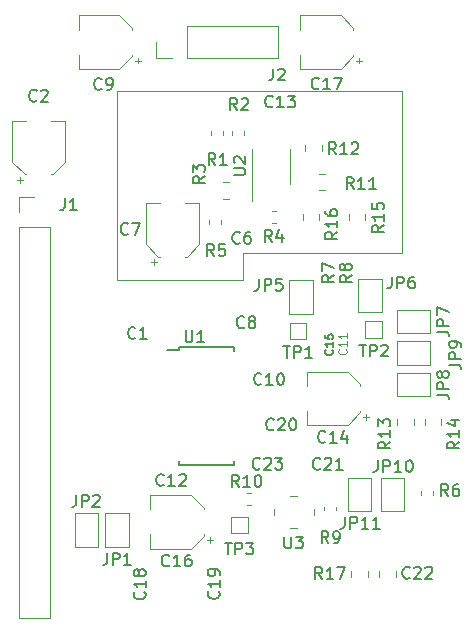
<source format=gbr>
G04 #@! TF.GenerationSoftware,KiCad,Pcbnew,(5.1.5)-3*
G04 #@! TF.CreationDate,2020-08-28T00:05:50-05:00*
G04 #@! TF.ProjectId,video-transceiver,76696465-6f2d-4747-9261-6e7363656976,rev?*
G04 #@! TF.SameCoordinates,Original*
G04 #@! TF.FileFunction,Legend,Top*
G04 #@! TF.FilePolarity,Positive*
%FSLAX46Y46*%
G04 Gerber Fmt 4.6, Leading zero omitted, Abs format (unit mm)*
G04 Created by KiCad (PCBNEW (5.1.5)-3) date 2020-08-28 00:05:50*
%MOMM*%
%LPD*%
G04 APERTURE LIST*
%ADD10C,0.120000*%
%ADD11C,0.150000*%
%ADD12C,0.125000*%
G04 APERTURE END LIST*
D10*
X134366000Y-65532000D02*
X136144000Y-65532000D01*
X134366000Y-81534000D02*
X134366000Y-65532000D01*
X145034000Y-81534000D02*
X134366000Y-81534000D01*
X145034000Y-79248000D02*
X145034000Y-81534000D01*
X158496000Y-79248000D02*
X145034000Y-79248000D01*
X158496000Y-65532000D02*
X158496000Y-79248000D01*
X136144000Y-65532000D02*
X158496000Y-65532000D01*
X149057000Y-71945500D02*
X149057000Y-70445500D01*
X149057000Y-71945500D02*
X149057000Y-73445500D01*
X145837000Y-71945500D02*
X145837000Y-70445500D01*
X145837000Y-71945500D02*
X145837000Y-74870500D01*
X158718760Y-98305160D02*
X158718760Y-101105160D01*
X158718760Y-101105160D02*
X156718760Y-101105160D01*
X156718760Y-101105160D02*
X156718760Y-98305160D01*
X156718760Y-98305160D02*
X158718760Y-98305160D01*
X136147000Y-63223500D02*
X136147000Y-62723500D01*
X136397000Y-62973500D02*
X135897000Y-62973500D01*
X135657000Y-60217937D02*
X134592563Y-59153500D01*
X135657000Y-62609063D02*
X134592563Y-63673500D01*
X135657000Y-62609063D02*
X135657000Y-62473500D01*
X135657000Y-60217937D02*
X135657000Y-60353500D01*
X134592563Y-59153500D02*
X131137000Y-59153500D01*
X134592563Y-63673500D02*
X131137000Y-63673500D01*
X131137000Y-63673500D02*
X131137000Y-62473500D01*
X131137000Y-59153500D02*
X131137000Y-60353500D01*
X160137380Y-99751099D02*
X160137380Y-99425541D01*
X161157380Y-99751099D02*
X161157380Y-99425541D01*
X155653080Y-106165702D02*
X155653080Y-106682858D01*
X154233080Y-106165702D02*
X154233080Y-106682858D01*
X154001400Y-76496678D02*
X154001400Y-75979522D01*
X155421400Y-76496678D02*
X155421400Y-75979522D01*
X160435220Y-93297242D02*
X160435220Y-93814398D01*
X161855220Y-93297242D02*
X161855220Y-93814398D01*
X151535200Y-76471278D02*
X151535200Y-75954122D01*
X150115200Y-76471278D02*
X150115200Y-75954122D01*
X158088260Y-93837018D02*
X158088260Y-93319862D01*
X159508260Y-93837018D02*
X159508260Y-93319862D01*
X142187200Y-76481721D02*
X142187200Y-76807279D01*
X143207200Y-76481721D02*
X143207200Y-76807279D01*
X148987000Y-84394500D02*
X148987000Y-81594500D01*
X148987000Y-81594500D02*
X150987000Y-81594500D01*
X150987000Y-81594500D02*
X150987000Y-84394500D01*
X150987000Y-84394500D02*
X148987000Y-84394500D01*
X160934860Y-84064600D02*
X160934860Y-86064600D01*
X158134860Y-84064600D02*
X160934860Y-84064600D01*
X158134860Y-86064600D02*
X158134860Y-84064600D01*
X160934860Y-86064600D02*
X158134860Y-86064600D01*
X125952000Y-73108000D02*
X126452000Y-73108000D01*
X126202000Y-73358000D02*
X126202000Y-72858000D01*
X128957563Y-72618000D02*
X130022000Y-71553563D01*
X126566437Y-72618000D02*
X125502000Y-71553563D01*
X126566437Y-72618000D02*
X126702000Y-72618000D01*
X128957563Y-72618000D02*
X128822000Y-72618000D01*
X130022000Y-71553563D02*
X130022000Y-68098000D01*
X125502000Y-71553563D02*
X125502000Y-68098000D01*
X125502000Y-68098000D02*
X126702000Y-68098000D01*
X130022000Y-68098000D02*
X128822000Y-68098000D01*
X137280400Y-80067600D02*
X137780400Y-80067600D01*
X137530400Y-80317600D02*
X137530400Y-79817600D01*
X140285963Y-79577600D02*
X141350400Y-78513163D01*
X137894837Y-79577600D02*
X136830400Y-78513163D01*
X137894837Y-79577600D02*
X138030400Y-79577600D01*
X140285963Y-79577600D02*
X140150400Y-79577600D01*
X141350400Y-78513163D02*
X141350400Y-75057600D01*
X136830400Y-78513163D02*
X136830400Y-75057600D01*
X136830400Y-75057600D02*
X138030400Y-75057600D01*
X141350400Y-75057600D02*
X140150400Y-75057600D01*
X150457500Y-89319700D02*
X150457500Y-90519700D01*
X150457500Y-93839700D02*
X150457500Y-92639700D01*
X153913063Y-93839700D02*
X150457500Y-93839700D01*
X153913063Y-89319700D02*
X150457500Y-89319700D01*
X154977500Y-90384137D02*
X154977500Y-90519700D01*
X154977500Y-92775263D02*
X154977500Y-92639700D01*
X154977500Y-92775263D02*
X153913063Y-93839700D01*
X154977500Y-90384137D02*
X153913063Y-89319700D01*
X155717500Y-93139700D02*
X155217500Y-93139700D01*
X155467500Y-93389700D02*
X155467500Y-92889700D01*
X137227500Y-99784500D02*
X137227500Y-100984500D01*
X137227500Y-104304500D02*
X137227500Y-103104500D01*
X140683063Y-104304500D02*
X137227500Y-104304500D01*
X140683063Y-99784500D02*
X137227500Y-99784500D01*
X141747500Y-100848937D02*
X141747500Y-100984500D01*
X141747500Y-103240063D02*
X141747500Y-103104500D01*
X141747500Y-103240063D02*
X140683063Y-104304500D01*
X141747500Y-100848937D02*
X140683063Y-99784500D01*
X142487500Y-103604500D02*
X141987500Y-103604500D01*
X142237500Y-103854500D02*
X142237500Y-103354500D01*
X149869500Y-59153500D02*
X149869500Y-60353500D01*
X149869500Y-63673500D02*
X149869500Y-62473500D01*
X153325063Y-63673500D02*
X149869500Y-63673500D01*
X153325063Y-59153500D02*
X149869500Y-59153500D01*
X154389500Y-60217937D02*
X154389500Y-60353500D01*
X154389500Y-62609063D02*
X154389500Y-62473500D01*
X154389500Y-62609063D02*
X153325063Y-63673500D01*
X154389500Y-60217937D02*
X153325063Y-59153500D01*
X155129500Y-62973500D02*
X154629500Y-62973500D01*
X154879500Y-63223500D02*
X154879500Y-62723500D01*
X158002580Y-106165702D02*
X158002580Y-106682858D01*
X156582580Y-106165702D02*
X156582580Y-106682858D01*
X142365000Y-69250779D02*
X142365000Y-68925221D01*
X143385000Y-69250779D02*
X143385000Y-68925221D01*
X144143000Y-69250779D02*
X144143000Y-68925221D01*
X145163000Y-69250779D02*
X145163000Y-68925221D01*
X143895578Y-74687500D02*
X143378422Y-74687500D01*
X143895578Y-73267500D02*
X143378422Y-73267500D01*
X147538221Y-75753500D02*
X147863779Y-75753500D01*
X147538221Y-76773500D02*
X147863779Y-76773500D01*
X152910000Y-101064279D02*
X152910000Y-100738721D01*
X151890000Y-101064279D02*
X151890000Y-100738721D01*
X145379221Y-100649500D02*
X145704779Y-100649500D01*
X145379221Y-99629500D02*
X145704779Y-99629500D01*
D11*
X139684000Y-87263788D02*
X139684000Y-87488788D01*
X144334000Y-87263788D02*
X144334000Y-87588788D01*
X144334000Y-97213788D02*
X144334000Y-96888788D01*
X139684000Y-97213788D02*
X139684000Y-96888788D01*
X139684000Y-87263788D02*
X144334000Y-87263788D01*
X139684000Y-97213788D02*
X144334000Y-97213788D01*
X139684000Y-87488788D02*
X138609000Y-87488788D01*
D10*
X151052000Y-100955500D02*
X151052000Y-101455500D01*
X149052000Y-99855500D02*
X149652000Y-99855500D01*
X149052000Y-102555500D02*
X149652000Y-102555500D01*
X147652000Y-100955500D02*
X147652000Y-101455500D01*
X147998500Y-62743500D02*
X147998500Y-60083500D01*
X140318500Y-62743500D02*
X147998500Y-62743500D01*
X140318500Y-60083500D02*
X147998500Y-60083500D01*
X140318500Y-62743500D02*
X140318500Y-60083500D01*
X139048500Y-62743500D02*
X137718500Y-62743500D01*
X137718500Y-62743500D02*
X137718500Y-61413500D01*
X145480000Y-101598500D02*
X145480000Y-102998500D01*
X145480000Y-102998500D02*
X144080000Y-102998500D01*
X144080000Y-102998500D02*
X144080000Y-101598500D01*
X144080000Y-101598500D02*
X145480000Y-101598500D01*
X126070000Y-110190000D02*
X128730000Y-110190000D01*
X126070000Y-77110000D02*
X126070000Y-110190000D01*
X128730000Y-77110000D02*
X128730000Y-110190000D01*
X126070000Y-77110000D02*
X128730000Y-77110000D01*
X126070000Y-75840000D02*
X126070000Y-74510000D01*
X126070000Y-74510000D02*
X127400000Y-74510000D01*
X150435540Y-86574860D02*
X149035540Y-86574860D01*
X149035540Y-86574860D02*
X149035540Y-85174860D01*
X149035540Y-85174860D02*
X150435540Y-85174860D01*
X150435540Y-85174860D02*
X150435540Y-86574860D01*
X155421100Y-86430080D02*
X155421100Y-85030080D01*
X156821100Y-86430080D02*
X155421100Y-86430080D01*
X156821100Y-85030080D02*
X156821100Y-86430080D01*
X155421100Y-85030080D02*
X156821100Y-85030080D01*
X135410500Y-101324720D02*
X135410500Y-104124720D01*
X135410500Y-104124720D02*
X133410500Y-104124720D01*
X133410500Y-104124720D02*
X133410500Y-101324720D01*
X133410500Y-101324720D02*
X135410500Y-101324720D01*
X154829000Y-84252500D02*
X154829000Y-81452500D01*
X154829000Y-81452500D02*
X156829000Y-81452500D01*
X156829000Y-81452500D02*
X156829000Y-84252500D01*
X156829000Y-84252500D02*
X154829000Y-84252500D01*
X160912000Y-89413840D02*
X160912000Y-91413840D01*
X158112000Y-89413840D02*
X160912000Y-89413840D01*
X158112000Y-91413840D02*
X158112000Y-89413840D01*
X160912000Y-91413840D02*
X158112000Y-91413840D01*
X160912000Y-86726520D02*
X160912000Y-88726520D01*
X158112000Y-86726520D02*
X160912000Y-86726520D01*
X158112000Y-88726520D02*
X158112000Y-86726520D01*
X160912000Y-88726520D02*
X158112000Y-88726520D01*
X153937460Y-98317860D02*
X155937460Y-98317860D01*
X153937460Y-101117860D02*
X153937460Y-98317860D01*
X155937460Y-101117860D02*
X153937460Y-101117860D01*
X155937460Y-98317860D02*
X155937460Y-101117860D01*
X130800000Y-101322180D02*
X132800000Y-101322180D01*
X130800000Y-104122180D02*
X130800000Y-101322180D01*
X132800000Y-104122180D02*
X130800000Y-104122180D01*
X132800000Y-101322180D02*
X132800000Y-104122180D01*
X151475942Y-73961060D02*
X151993098Y-73961060D01*
X151475942Y-72541060D02*
X151993098Y-72541060D01*
X151713000Y-70099422D02*
X151713000Y-70616578D01*
X150293000Y-70099422D02*
X150293000Y-70616578D01*
D11*
X144262380Y-72651904D02*
X145071904Y-72651904D01*
X145167142Y-72604285D01*
X145214761Y-72556666D01*
X145262380Y-72461428D01*
X145262380Y-72270952D01*
X145214761Y-72175714D01*
X145167142Y-72128095D01*
X145071904Y-72080476D01*
X144262380Y-72080476D01*
X144357619Y-71651904D02*
X144310000Y-71604285D01*
X144262380Y-71509047D01*
X144262380Y-71270952D01*
X144310000Y-71175714D01*
X144357619Y-71128095D01*
X144452857Y-71080476D01*
X144548095Y-71080476D01*
X144690952Y-71128095D01*
X145262380Y-71699523D01*
X145262380Y-71080476D01*
X156470476Y-96812380D02*
X156470476Y-97526666D01*
X156422857Y-97669523D01*
X156327619Y-97764761D01*
X156184761Y-97812380D01*
X156089523Y-97812380D01*
X156946666Y-97812380D02*
X156946666Y-96812380D01*
X157327619Y-96812380D01*
X157422857Y-96860000D01*
X157470476Y-96907619D01*
X157518095Y-97002857D01*
X157518095Y-97145714D01*
X157470476Y-97240952D01*
X157422857Y-97288571D01*
X157327619Y-97336190D01*
X156946666Y-97336190D01*
X158470476Y-97812380D02*
X157899047Y-97812380D01*
X158184761Y-97812380D02*
X158184761Y-96812380D01*
X158089523Y-96955238D01*
X157994285Y-97050476D01*
X157899047Y-97098095D01*
X159089523Y-96812380D02*
X159184761Y-96812380D01*
X159280000Y-96860000D01*
X159327619Y-96907619D01*
X159375238Y-97002857D01*
X159422857Y-97193333D01*
X159422857Y-97431428D01*
X159375238Y-97621904D01*
X159327619Y-97717142D01*
X159280000Y-97764761D01*
X159184761Y-97812380D01*
X159089523Y-97812380D01*
X158994285Y-97764761D01*
X158946666Y-97717142D01*
X158899047Y-97621904D01*
X158851428Y-97431428D01*
X158851428Y-97193333D01*
X158899047Y-97002857D01*
X158946666Y-96907619D01*
X158994285Y-96860000D01*
X159089523Y-96812380D01*
X133083333Y-65357142D02*
X133035714Y-65404761D01*
X132892857Y-65452380D01*
X132797619Y-65452380D01*
X132654761Y-65404761D01*
X132559523Y-65309523D01*
X132511904Y-65214285D01*
X132464285Y-65023809D01*
X132464285Y-64880952D01*
X132511904Y-64690476D01*
X132559523Y-64595238D01*
X132654761Y-64500000D01*
X132797619Y-64452380D01*
X132892857Y-64452380D01*
X133035714Y-64500000D01*
X133083333Y-64547619D01*
X133559523Y-65452380D02*
X133750000Y-65452380D01*
X133845238Y-65404761D01*
X133892857Y-65357142D01*
X133988095Y-65214285D01*
X134035714Y-65023809D01*
X134035714Y-64642857D01*
X133988095Y-64547619D01*
X133940476Y-64500000D01*
X133845238Y-64452380D01*
X133654761Y-64452380D01*
X133559523Y-64500000D01*
X133511904Y-64547619D01*
X133464285Y-64642857D01*
X133464285Y-64880952D01*
X133511904Y-64976190D01*
X133559523Y-65023809D01*
X133654761Y-65071428D01*
X133845238Y-65071428D01*
X133940476Y-65023809D01*
X133988095Y-64976190D01*
X134035714Y-64880952D01*
X162433333Y-99852380D02*
X162100000Y-99376190D01*
X161861904Y-99852380D02*
X161861904Y-98852380D01*
X162242857Y-98852380D01*
X162338095Y-98900000D01*
X162385714Y-98947619D01*
X162433333Y-99042857D01*
X162433333Y-99185714D01*
X162385714Y-99280952D01*
X162338095Y-99328571D01*
X162242857Y-99376190D01*
X161861904Y-99376190D01*
X163290476Y-98852380D02*
X163100000Y-98852380D01*
X163004761Y-98900000D01*
X162957142Y-98947619D01*
X162861904Y-99090476D01*
X162814285Y-99280952D01*
X162814285Y-99661904D01*
X162861904Y-99757142D01*
X162909523Y-99804761D01*
X163004761Y-99852380D01*
X163195238Y-99852380D01*
X163290476Y-99804761D01*
X163338095Y-99757142D01*
X163385714Y-99661904D01*
X163385714Y-99423809D01*
X163338095Y-99328571D01*
X163290476Y-99280952D01*
X163195238Y-99233333D01*
X163004761Y-99233333D01*
X162909523Y-99280952D01*
X162861904Y-99328571D01*
X162814285Y-99423809D01*
X151767142Y-106882380D02*
X151433809Y-106406190D01*
X151195714Y-106882380D02*
X151195714Y-105882380D01*
X151576666Y-105882380D01*
X151671904Y-105930000D01*
X151719523Y-105977619D01*
X151767142Y-106072857D01*
X151767142Y-106215714D01*
X151719523Y-106310952D01*
X151671904Y-106358571D01*
X151576666Y-106406190D01*
X151195714Y-106406190D01*
X152719523Y-106882380D02*
X152148095Y-106882380D01*
X152433809Y-106882380D02*
X152433809Y-105882380D01*
X152338571Y-106025238D01*
X152243333Y-106120476D01*
X152148095Y-106168095D01*
X153052857Y-105882380D02*
X153719523Y-105882380D01*
X153290952Y-106882380D01*
X156992380Y-76912857D02*
X156516190Y-77246190D01*
X156992380Y-77484285D02*
X155992380Y-77484285D01*
X155992380Y-77103333D01*
X156040000Y-77008095D01*
X156087619Y-76960476D01*
X156182857Y-76912857D01*
X156325714Y-76912857D01*
X156420952Y-76960476D01*
X156468571Y-77008095D01*
X156516190Y-77103333D01*
X156516190Y-77484285D01*
X156992380Y-75960476D02*
X156992380Y-76531904D01*
X156992380Y-76246190D02*
X155992380Y-76246190D01*
X156135238Y-76341428D01*
X156230476Y-76436666D01*
X156278095Y-76531904D01*
X155992380Y-75055714D02*
X155992380Y-75531904D01*
X156468571Y-75579523D01*
X156420952Y-75531904D01*
X156373333Y-75436666D01*
X156373333Y-75198571D01*
X156420952Y-75103333D01*
X156468571Y-75055714D01*
X156563809Y-75008095D01*
X156801904Y-75008095D01*
X156897142Y-75055714D01*
X156944761Y-75103333D01*
X156992380Y-75198571D01*
X156992380Y-75436666D01*
X156944761Y-75531904D01*
X156897142Y-75579523D01*
X163372380Y-95242857D02*
X162896190Y-95576190D01*
X163372380Y-95814285D02*
X162372380Y-95814285D01*
X162372380Y-95433333D01*
X162420000Y-95338095D01*
X162467619Y-95290476D01*
X162562857Y-95242857D01*
X162705714Y-95242857D01*
X162800952Y-95290476D01*
X162848571Y-95338095D01*
X162896190Y-95433333D01*
X162896190Y-95814285D01*
X163372380Y-94290476D02*
X163372380Y-94861904D01*
X163372380Y-94576190D02*
X162372380Y-94576190D01*
X162515238Y-94671428D01*
X162610476Y-94766666D01*
X162658095Y-94861904D01*
X162705714Y-93433333D02*
X163372380Y-93433333D01*
X162324761Y-93671428D02*
X163039047Y-93909523D01*
X163039047Y-93290476D01*
X153042380Y-77482857D02*
X152566190Y-77816190D01*
X153042380Y-78054285D02*
X152042380Y-78054285D01*
X152042380Y-77673333D01*
X152090000Y-77578095D01*
X152137619Y-77530476D01*
X152232857Y-77482857D01*
X152375714Y-77482857D01*
X152470952Y-77530476D01*
X152518571Y-77578095D01*
X152566190Y-77673333D01*
X152566190Y-78054285D01*
X153042380Y-76530476D02*
X153042380Y-77101904D01*
X153042380Y-76816190D02*
X152042380Y-76816190D01*
X152185238Y-76911428D01*
X152280476Y-77006666D01*
X152328095Y-77101904D01*
X152042380Y-75673333D02*
X152042380Y-75863809D01*
X152090000Y-75959047D01*
X152137619Y-76006666D01*
X152280476Y-76101904D01*
X152470952Y-76149523D01*
X152851904Y-76149523D01*
X152947142Y-76101904D01*
X152994761Y-76054285D01*
X153042380Y-75959047D01*
X153042380Y-75768571D01*
X152994761Y-75673333D01*
X152947142Y-75625714D01*
X152851904Y-75578095D01*
X152613809Y-75578095D01*
X152518571Y-75625714D01*
X152470952Y-75673333D01*
X152423333Y-75768571D01*
X152423333Y-75959047D01*
X152470952Y-76054285D01*
X152518571Y-76101904D01*
X152613809Y-76149523D01*
X157532380Y-95242857D02*
X157056190Y-95576190D01*
X157532380Y-95814285D02*
X156532380Y-95814285D01*
X156532380Y-95433333D01*
X156580000Y-95338095D01*
X156627619Y-95290476D01*
X156722857Y-95242857D01*
X156865714Y-95242857D01*
X156960952Y-95290476D01*
X157008571Y-95338095D01*
X157056190Y-95433333D01*
X157056190Y-95814285D01*
X157532380Y-94290476D02*
X157532380Y-94861904D01*
X157532380Y-94576190D02*
X156532380Y-94576190D01*
X156675238Y-94671428D01*
X156770476Y-94766666D01*
X156818095Y-94861904D01*
X156532380Y-93957142D02*
X156532380Y-93338095D01*
X156913333Y-93671428D01*
X156913333Y-93528571D01*
X156960952Y-93433333D01*
X157008571Y-93385714D01*
X157103809Y-93338095D01*
X157341904Y-93338095D01*
X157437142Y-93385714D01*
X157484761Y-93433333D01*
X157532380Y-93528571D01*
X157532380Y-93814285D01*
X157484761Y-93909523D01*
X157437142Y-93957142D01*
X142619433Y-79509880D02*
X142286100Y-79033690D01*
X142048004Y-79509880D02*
X142048004Y-78509880D01*
X142428957Y-78509880D01*
X142524195Y-78557500D01*
X142571814Y-78605119D01*
X142619433Y-78700357D01*
X142619433Y-78843214D01*
X142571814Y-78938452D01*
X142524195Y-78986071D01*
X142428957Y-79033690D01*
X142048004Y-79033690D01*
X143524195Y-78509880D02*
X143048004Y-78509880D01*
X143000385Y-78986071D01*
X143048004Y-78938452D01*
X143143242Y-78890833D01*
X143381338Y-78890833D01*
X143476576Y-78938452D01*
X143524195Y-78986071D01*
X143571814Y-79081309D01*
X143571814Y-79319404D01*
X143524195Y-79414642D01*
X143476576Y-79462261D01*
X143381338Y-79509880D01*
X143143242Y-79509880D01*
X143048004Y-79462261D01*
X143000385Y-79414642D01*
D12*
X153770140Y-87419600D02*
X153803473Y-87452933D01*
X153836806Y-87552933D01*
X153836806Y-87619600D01*
X153803473Y-87719600D01*
X153736806Y-87786266D01*
X153670140Y-87819600D01*
X153536806Y-87852933D01*
X153436806Y-87852933D01*
X153303473Y-87819600D01*
X153236806Y-87786266D01*
X153170140Y-87719600D01*
X153136806Y-87619600D01*
X153136806Y-87552933D01*
X153170140Y-87452933D01*
X153203473Y-87419600D01*
X153836806Y-86752933D02*
X153836806Y-87152933D01*
X153836806Y-86952933D02*
X153136806Y-86952933D01*
X153236806Y-87019600D01*
X153303473Y-87086266D01*
X153336806Y-87152933D01*
X153836806Y-86086266D02*
X153836806Y-86486266D01*
X153836806Y-86286266D02*
X153136806Y-86286266D01*
X153236806Y-86352933D01*
X153303473Y-86419600D01*
X153336806Y-86486266D01*
D11*
X146486642Y-97512142D02*
X146439023Y-97559761D01*
X146296166Y-97607380D01*
X146200928Y-97607380D01*
X146058071Y-97559761D01*
X145962833Y-97464523D01*
X145915214Y-97369285D01*
X145867595Y-97178809D01*
X145867595Y-97035952D01*
X145915214Y-96845476D01*
X145962833Y-96750238D01*
X146058071Y-96655000D01*
X146200928Y-96607380D01*
X146296166Y-96607380D01*
X146439023Y-96655000D01*
X146486642Y-96702619D01*
X146867595Y-96702619D02*
X146915214Y-96655000D01*
X147010452Y-96607380D01*
X147248547Y-96607380D01*
X147343785Y-96655000D01*
X147391404Y-96702619D01*
X147439023Y-96797857D01*
X147439023Y-96893095D01*
X147391404Y-97035952D01*
X146819976Y-97607380D01*
X147439023Y-97607380D01*
X147772357Y-96607380D02*
X148391404Y-96607380D01*
X148058071Y-96988333D01*
X148200928Y-96988333D01*
X148296166Y-97035952D01*
X148343785Y-97083571D01*
X148391404Y-97178809D01*
X148391404Y-97416904D01*
X148343785Y-97512142D01*
X148296166Y-97559761D01*
X148200928Y-97607380D01*
X147915214Y-97607380D01*
X147819976Y-97559761D01*
X147772357Y-97512142D01*
X146406666Y-81452380D02*
X146406666Y-82166666D01*
X146359047Y-82309523D01*
X146263809Y-82404761D01*
X146120952Y-82452380D01*
X146025714Y-82452380D01*
X146882857Y-82452380D02*
X146882857Y-81452380D01*
X147263809Y-81452380D01*
X147359047Y-81500000D01*
X147406666Y-81547619D01*
X147454285Y-81642857D01*
X147454285Y-81785714D01*
X147406666Y-81880952D01*
X147359047Y-81928571D01*
X147263809Y-81976190D01*
X146882857Y-81976190D01*
X148359047Y-81452380D02*
X147882857Y-81452380D01*
X147835238Y-81928571D01*
X147882857Y-81880952D01*
X147978095Y-81833333D01*
X148216190Y-81833333D01*
X148311428Y-81880952D01*
X148359047Y-81928571D01*
X148406666Y-82023809D01*
X148406666Y-82261904D01*
X148359047Y-82357142D01*
X148311428Y-82404761D01*
X148216190Y-82452380D01*
X147978095Y-82452380D01*
X147882857Y-82404761D01*
X147835238Y-82357142D01*
X161504380Y-85923333D02*
X162218666Y-85923333D01*
X162361523Y-85970952D01*
X162456761Y-86066190D01*
X162504380Y-86209047D01*
X162504380Y-86304285D01*
X162504380Y-85447142D02*
X161504380Y-85447142D01*
X161504380Y-85066190D01*
X161552000Y-84970952D01*
X161599619Y-84923333D01*
X161694857Y-84875714D01*
X161837714Y-84875714D01*
X161932952Y-84923333D01*
X161980571Y-84970952D01*
X162028190Y-85066190D01*
X162028190Y-85447142D01*
X161504380Y-84542380D02*
X161504380Y-83875714D01*
X162504380Y-84304285D01*
X135953333Y-86447142D02*
X135905714Y-86494761D01*
X135762857Y-86542380D01*
X135667619Y-86542380D01*
X135524761Y-86494761D01*
X135429523Y-86399523D01*
X135381904Y-86304285D01*
X135334285Y-86113809D01*
X135334285Y-85970952D01*
X135381904Y-85780476D01*
X135429523Y-85685238D01*
X135524761Y-85590000D01*
X135667619Y-85542380D01*
X135762857Y-85542380D01*
X135905714Y-85590000D01*
X135953333Y-85637619D01*
X136905714Y-86542380D02*
X136334285Y-86542380D01*
X136620000Y-86542380D02*
X136620000Y-85542380D01*
X136524761Y-85685238D01*
X136429523Y-85780476D01*
X136334285Y-85828095D01*
X127583333Y-66357142D02*
X127535714Y-66404761D01*
X127392857Y-66452380D01*
X127297619Y-66452380D01*
X127154761Y-66404761D01*
X127059523Y-66309523D01*
X127011904Y-66214285D01*
X126964285Y-66023809D01*
X126964285Y-65880952D01*
X127011904Y-65690476D01*
X127059523Y-65595238D01*
X127154761Y-65500000D01*
X127297619Y-65452380D01*
X127392857Y-65452380D01*
X127535714Y-65500000D01*
X127583333Y-65547619D01*
X127964285Y-65547619D02*
X128011904Y-65500000D01*
X128107142Y-65452380D01*
X128345238Y-65452380D01*
X128440476Y-65500000D01*
X128488095Y-65547619D01*
X128535714Y-65642857D01*
X128535714Y-65738095D01*
X128488095Y-65880952D01*
X127916666Y-66452380D01*
X128535714Y-66452380D01*
X144791133Y-78385942D02*
X144743514Y-78433561D01*
X144600657Y-78481180D01*
X144505419Y-78481180D01*
X144362561Y-78433561D01*
X144267323Y-78338323D01*
X144219704Y-78243085D01*
X144172085Y-78052609D01*
X144172085Y-77909752D01*
X144219704Y-77719276D01*
X144267323Y-77624038D01*
X144362561Y-77528800D01*
X144505419Y-77481180D01*
X144600657Y-77481180D01*
X144743514Y-77528800D01*
X144791133Y-77576419D01*
X145648276Y-77481180D02*
X145457800Y-77481180D01*
X145362561Y-77528800D01*
X145314942Y-77576419D01*
X145219704Y-77719276D01*
X145172085Y-77909752D01*
X145172085Y-78290704D01*
X145219704Y-78385942D01*
X145267323Y-78433561D01*
X145362561Y-78481180D01*
X145553038Y-78481180D01*
X145648276Y-78433561D01*
X145695895Y-78385942D01*
X145743514Y-78290704D01*
X145743514Y-78052609D01*
X145695895Y-77957371D01*
X145648276Y-77909752D01*
X145553038Y-77862133D01*
X145362561Y-77862133D01*
X145267323Y-77909752D01*
X145219704Y-77957371D01*
X145172085Y-78052609D01*
X135313333Y-77627142D02*
X135265714Y-77674761D01*
X135122857Y-77722380D01*
X135027619Y-77722380D01*
X134884761Y-77674761D01*
X134789523Y-77579523D01*
X134741904Y-77484285D01*
X134694285Y-77293809D01*
X134694285Y-77150952D01*
X134741904Y-76960476D01*
X134789523Y-76865238D01*
X134884761Y-76770000D01*
X135027619Y-76722380D01*
X135122857Y-76722380D01*
X135265714Y-76770000D01*
X135313333Y-76817619D01*
X135646666Y-76722380D02*
X136313333Y-76722380D01*
X135884761Y-77722380D01*
X145153333Y-85537142D02*
X145105714Y-85584761D01*
X144962857Y-85632380D01*
X144867619Y-85632380D01*
X144724761Y-85584761D01*
X144629523Y-85489523D01*
X144581904Y-85394285D01*
X144534285Y-85203809D01*
X144534285Y-85060952D01*
X144581904Y-84870476D01*
X144629523Y-84775238D01*
X144724761Y-84680000D01*
X144867619Y-84632380D01*
X144962857Y-84632380D01*
X145105714Y-84680000D01*
X145153333Y-84727619D01*
X145724761Y-85060952D02*
X145629523Y-85013333D01*
X145581904Y-84965714D01*
X145534285Y-84870476D01*
X145534285Y-84822857D01*
X145581904Y-84727619D01*
X145629523Y-84680000D01*
X145724761Y-84632380D01*
X145915238Y-84632380D01*
X146010476Y-84680000D01*
X146058095Y-84727619D01*
X146105714Y-84822857D01*
X146105714Y-84870476D01*
X146058095Y-84965714D01*
X146010476Y-85013333D01*
X145915238Y-85060952D01*
X145724761Y-85060952D01*
X145629523Y-85108571D01*
X145581904Y-85156190D01*
X145534285Y-85251428D01*
X145534285Y-85441904D01*
X145581904Y-85537142D01*
X145629523Y-85584761D01*
X145724761Y-85632380D01*
X145915238Y-85632380D01*
X146010476Y-85584761D01*
X146058095Y-85537142D01*
X146105714Y-85441904D01*
X146105714Y-85251428D01*
X146058095Y-85156190D01*
X146010476Y-85108571D01*
X145915238Y-85060952D01*
X146607142Y-90347142D02*
X146559523Y-90394761D01*
X146416666Y-90442380D01*
X146321428Y-90442380D01*
X146178571Y-90394761D01*
X146083333Y-90299523D01*
X146035714Y-90204285D01*
X145988095Y-90013809D01*
X145988095Y-89870952D01*
X146035714Y-89680476D01*
X146083333Y-89585238D01*
X146178571Y-89490000D01*
X146321428Y-89442380D01*
X146416666Y-89442380D01*
X146559523Y-89490000D01*
X146607142Y-89537619D01*
X147559523Y-90442380D02*
X146988095Y-90442380D01*
X147273809Y-90442380D02*
X147273809Y-89442380D01*
X147178571Y-89585238D01*
X147083333Y-89680476D01*
X146988095Y-89728095D01*
X148178571Y-89442380D02*
X148273809Y-89442380D01*
X148369047Y-89490000D01*
X148416666Y-89537619D01*
X148464285Y-89632857D01*
X148511904Y-89823333D01*
X148511904Y-90061428D01*
X148464285Y-90251904D01*
X148416666Y-90347142D01*
X148369047Y-90394761D01*
X148273809Y-90442380D01*
X148178571Y-90442380D01*
X148083333Y-90394761D01*
X148035714Y-90347142D01*
X147988095Y-90251904D01*
X147940476Y-90061428D01*
X147940476Y-89823333D01*
X147988095Y-89632857D01*
X148035714Y-89537619D01*
X148083333Y-89490000D01*
X148178571Y-89442380D01*
X138337142Y-98887142D02*
X138289523Y-98934761D01*
X138146666Y-98982380D01*
X138051428Y-98982380D01*
X137908571Y-98934761D01*
X137813333Y-98839523D01*
X137765714Y-98744285D01*
X137718095Y-98553809D01*
X137718095Y-98410952D01*
X137765714Y-98220476D01*
X137813333Y-98125238D01*
X137908571Y-98030000D01*
X138051428Y-97982380D01*
X138146666Y-97982380D01*
X138289523Y-98030000D01*
X138337142Y-98077619D01*
X139289523Y-98982380D02*
X138718095Y-98982380D01*
X139003809Y-98982380D02*
X139003809Y-97982380D01*
X138908571Y-98125238D01*
X138813333Y-98220476D01*
X138718095Y-98268095D01*
X139670476Y-98077619D02*
X139718095Y-98030000D01*
X139813333Y-97982380D01*
X140051428Y-97982380D01*
X140146666Y-98030000D01*
X140194285Y-98077619D01*
X140241904Y-98172857D01*
X140241904Y-98268095D01*
X140194285Y-98410952D01*
X139622857Y-98982380D01*
X140241904Y-98982380D01*
X147566142Y-66841642D02*
X147518523Y-66889261D01*
X147375666Y-66936880D01*
X147280428Y-66936880D01*
X147137571Y-66889261D01*
X147042333Y-66794023D01*
X146994714Y-66698785D01*
X146947095Y-66508309D01*
X146947095Y-66365452D01*
X146994714Y-66174976D01*
X147042333Y-66079738D01*
X147137571Y-65984500D01*
X147280428Y-65936880D01*
X147375666Y-65936880D01*
X147518523Y-65984500D01*
X147566142Y-66032119D01*
X148518523Y-66936880D02*
X147947095Y-66936880D01*
X148232809Y-66936880D02*
X148232809Y-65936880D01*
X148137571Y-66079738D01*
X148042333Y-66174976D01*
X147947095Y-66222595D01*
X148851857Y-65936880D02*
X149470904Y-65936880D01*
X149137571Y-66317833D01*
X149280428Y-66317833D01*
X149375666Y-66365452D01*
X149423285Y-66413071D01*
X149470904Y-66508309D01*
X149470904Y-66746404D01*
X149423285Y-66841642D01*
X149375666Y-66889261D01*
X149280428Y-66936880D01*
X148994714Y-66936880D01*
X148899476Y-66889261D01*
X148851857Y-66841642D01*
X152037142Y-95237142D02*
X151989523Y-95284761D01*
X151846666Y-95332380D01*
X151751428Y-95332380D01*
X151608571Y-95284761D01*
X151513333Y-95189523D01*
X151465714Y-95094285D01*
X151418095Y-94903809D01*
X151418095Y-94760952D01*
X151465714Y-94570476D01*
X151513333Y-94475238D01*
X151608571Y-94380000D01*
X151751428Y-94332380D01*
X151846666Y-94332380D01*
X151989523Y-94380000D01*
X152037142Y-94427619D01*
X152989523Y-95332380D02*
X152418095Y-95332380D01*
X152703809Y-95332380D02*
X152703809Y-94332380D01*
X152608571Y-94475238D01*
X152513333Y-94570476D01*
X152418095Y-94618095D01*
X153846666Y-94665714D02*
X153846666Y-95332380D01*
X153608571Y-94284761D02*
X153370476Y-94999047D01*
X153989523Y-94999047D01*
X152629680Y-87472940D02*
X152663013Y-87506273D01*
X152696346Y-87606273D01*
X152696346Y-87672940D01*
X152663013Y-87772940D01*
X152596346Y-87839606D01*
X152529680Y-87872940D01*
X152396346Y-87906273D01*
X152296346Y-87906273D01*
X152163013Y-87872940D01*
X152096346Y-87839606D01*
X152029680Y-87772940D01*
X151996346Y-87672940D01*
X151996346Y-87606273D01*
X152029680Y-87506273D01*
X152063013Y-87472940D01*
X152696346Y-86806273D02*
X152696346Y-87206273D01*
X152696346Y-87006273D02*
X151996346Y-87006273D01*
X152096346Y-87072940D01*
X152163013Y-87139606D01*
X152196346Y-87206273D01*
X151996346Y-86172940D02*
X151996346Y-86506273D01*
X152329680Y-86539606D01*
X152296346Y-86506273D01*
X152263013Y-86439606D01*
X152263013Y-86272940D01*
X152296346Y-86206273D01*
X152329680Y-86172940D01*
X152396346Y-86139606D01*
X152563013Y-86139606D01*
X152629680Y-86172940D01*
X152663013Y-86206273D01*
X152696346Y-86272940D01*
X152696346Y-86439606D01*
X152663013Y-86506273D01*
X152629680Y-86539606D01*
X138803142Y-105703642D02*
X138755523Y-105751261D01*
X138612666Y-105798880D01*
X138517428Y-105798880D01*
X138374571Y-105751261D01*
X138279333Y-105656023D01*
X138231714Y-105560785D01*
X138184095Y-105370309D01*
X138184095Y-105227452D01*
X138231714Y-105036976D01*
X138279333Y-104941738D01*
X138374571Y-104846500D01*
X138517428Y-104798880D01*
X138612666Y-104798880D01*
X138755523Y-104846500D01*
X138803142Y-104894119D01*
X139755523Y-105798880D02*
X139184095Y-105798880D01*
X139469809Y-105798880D02*
X139469809Y-104798880D01*
X139374571Y-104941738D01*
X139279333Y-105036976D01*
X139184095Y-105084595D01*
X140612666Y-104798880D02*
X140422190Y-104798880D01*
X140326952Y-104846500D01*
X140279333Y-104894119D01*
X140184095Y-105036976D01*
X140136476Y-105227452D01*
X140136476Y-105608404D01*
X140184095Y-105703642D01*
X140231714Y-105751261D01*
X140326952Y-105798880D01*
X140517428Y-105798880D01*
X140612666Y-105751261D01*
X140660285Y-105703642D01*
X140707904Y-105608404D01*
X140707904Y-105370309D01*
X140660285Y-105275071D01*
X140612666Y-105227452D01*
X140517428Y-105179833D01*
X140326952Y-105179833D01*
X140231714Y-105227452D01*
X140184095Y-105275071D01*
X140136476Y-105370309D01*
X151486642Y-65326642D02*
X151439023Y-65374261D01*
X151296166Y-65421880D01*
X151200928Y-65421880D01*
X151058071Y-65374261D01*
X150962833Y-65279023D01*
X150915214Y-65183785D01*
X150867595Y-64993309D01*
X150867595Y-64850452D01*
X150915214Y-64659976D01*
X150962833Y-64564738D01*
X151058071Y-64469500D01*
X151200928Y-64421880D01*
X151296166Y-64421880D01*
X151439023Y-64469500D01*
X151486642Y-64517119D01*
X152439023Y-65421880D02*
X151867595Y-65421880D01*
X152153309Y-65421880D02*
X152153309Y-64421880D01*
X152058071Y-64564738D01*
X151962833Y-64659976D01*
X151867595Y-64707595D01*
X152772357Y-64421880D02*
X153439023Y-64421880D01*
X153010452Y-65421880D01*
X136717142Y-107972857D02*
X136764761Y-108020476D01*
X136812380Y-108163333D01*
X136812380Y-108258571D01*
X136764761Y-108401428D01*
X136669523Y-108496666D01*
X136574285Y-108544285D01*
X136383809Y-108591904D01*
X136240952Y-108591904D01*
X136050476Y-108544285D01*
X135955238Y-108496666D01*
X135860000Y-108401428D01*
X135812380Y-108258571D01*
X135812380Y-108163333D01*
X135860000Y-108020476D01*
X135907619Y-107972857D01*
X136812380Y-107020476D02*
X136812380Y-107591904D01*
X136812380Y-107306190D02*
X135812380Y-107306190D01*
X135955238Y-107401428D01*
X136050476Y-107496666D01*
X136098095Y-107591904D01*
X136240952Y-106449047D02*
X136193333Y-106544285D01*
X136145714Y-106591904D01*
X136050476Y-106639523D01*
X136002857Y-106639523D01*
X135907619Y-106591904D01*
X135860000Y-106544285D01*
X135812380Y-106449047D01*
X135812380Y-106258571D01*
X135860000Y-106163333D01*
X135907619Y-106115714D01*
X136002857Y-106068095D01*
X136050476Y-106068095D01*
X136145714Y-106115714D01*
X136193333Y-106163333D01*
X136240952Y-106258571D01*
X136240952Y-106449047D01*
X136288571Y-106544285D01*
X136336190Y-106591904D01*
X136431428Y-106639523D01*
X136621904Y-106639523D01*
X136717142Y-106591904D01*
X136764761Y-106544285D01*
X136812380Y-106449047D01*
X136812380Y-106258571D01*
X136764761Y-106163333D01*
X136717142Y-106115714D01*
X136621904Y-106068095D01*
X136431428Y-106068095D01*
X136336190Y-106115714D01*
X136288571Y-106163333D01*
X136240952Y-106258571D01*
X142997142Y-107922857D02*
X143044761Y-107970476D01*
X143092380Y-108113333D01*
X143092380Y-108208571D01*
X143044761Y-108351428D01*
X142949523Y-108446666D01*
X142854285Y-108494285D01*
X142663809Y-108541904D01*
X142520952Y-108541904D01*
X142330476Y-108494285D01*
X142235238Y-108446666D01*
X142140000Y-108351428D01*
X142092380Y-108208571D01*
X142092380Y-108113333D01*
X142140000Y-107970476D01*
X142187619Y-107922857D01*
X143092380Y-106970476D02*
X143092380Y-107541904D01*
X143092380Y-107256190D02*
X142092380Y-107256190D01*
X142235238Y-107351428D01*
X142330476Y-107446666D01*
X142378095Y-107541904D01*
X143092380Y-106494285D02*
X143092380Y-106303809D01*
X143044761Y-106208571D01*
X142997142Y-106160952D01*
X142854285Y-106065714D01*
X142663809Y-106018095D01*
X142282857Y-106018095D01*
X142187619Y-106065714D01*
X142140000Y-106113333D01*
X142092380Y-106208571D01*
X142092380Y-106399047D01*
X142140000Y-106494285D01*
X142187619Y-106541904D01*
X142282857Y-106589523D01*
X142520952Y-106589523D01*
X142616190Y-106541904D01*
X142663809Y-106494285D01*
X142711428Y-106399047D01*
X142711428Y-106208571D01*
X142663809Y-106113333D01*
X142616190Y-106065714D01*
X142520952Y-106018095D01*
X147654642Y-94187142D02*
X147607023Y-94234761D01*
X147464166Y-94282380D01*
X147368928Y-94282380D01*
X147226071Y-94234761D01*
X147130833Y-94139523D01*
X147083214Y-94044285D01*
X147035595Y-93853809D01*
X147035595Y-93710952D01*
X147083214Y-93520476D01*
X147130833Y-93425238D01*
X147226071Y-93330000D01*
X147368928Y-93282380D01*
X147464166Y-93282380D01*
X147607023Y-93330000D01*
X147654642Y-93377619D01*
X148035595Y-93377619D02*
X148083214Y-93330000D01*
X148178452Y-93282380D01*
X148416547Y-93282380D01*
X148511785Y-93330000D01*
X148559404Y-93377619D01*
X148607023Y-93472857D01*
X148607023Y-93568095D01*
X148559404Y-93710952D01*
X147987976Y-94282380D01*
X148607023Y-94282380D01*
X149226071Y-93282380D02*
X149321309Y-93282380D01*
X149416547Y-93330000D01*
X149464166Y-93377619D01*
X149511785Y-93472857D01*
X149559404Y-93663333D01*
X149559404Y-93901428D01*
X149511785Y-94091904D01*
X149464166Y-94187142D01*
X149416547Y-94234761D01*
X149321309Y-94282380D01*
X149226071Y-94282380D01*
X149130833Y-94234761D01*
X149083214Y-94187142D01*
X149035595Y-94091904D01*
X148987976Y-93901428D01*
X148987976Y-93663333D01*
X149035595Y-93472857D01*
X149083214Y-93377619D01*
X149130833Y-93330000D01*
X149226071Y-93282380D01*
X151587142Y-97517142D02*
X151539523Y-97564761D01*
X151396666Y-97612380D01*
X151301428Y-97612380D01*
X151158571Y-97564761D01*
X151063333Y-97469523D01*
X151015714Y-97374285D01*
X150968095Y-97183809D01*
X150968095Y-97040952D01*
X151015714Y-96850476D01*
X151063333Y-96755238D01*
X151158571Y-96660000D01*
X151301428Y-96612380D01*
X151396666Y-96612380D01*
X151539523Y-96660000D01*
X151587142Y-96707619D01*
X151968095Y-96707619D02*
X152015714Y-96660000D01*
X152110952Y-96612380D01*
X152349047Y-96612380D01*
X152444285Y-96660000D01*
X152491904Y-96707619D01*
X152539523Y-96802857D01*
X152539523Y-96898095D01*
X152491904Y-97040952D01*
X151920476Y-97612380D01*
X152539523Y-97612380D01*
X153491904Y-97612380D02*
X152920476Y-97612380D01*
X153206190Y-97612380D02*
X153206190Y-96612380D01*
X153110952Y-96755238D01*
X153015714Y-96850476D01*
X152920476Y-96898095D01*
X159177142Y-106747142D02*
X159129523Y-106794761D01*
X158986666Y-106842380D01*
X158891428Y-106842380D01*
X158748571Y-106794761D01*
X158653333Y-106699523D01*
X158605714Y-106604285D01*
X158558095Y-106413809D01*
X158558095Y-106270952D01*
X158605714Y-106080476D01*
X158653333Y-105985238D01*
X158748571Y-105890000D01*
X158891428Y-105842380D01*
X158986666Y-105842380D01*
X159129523Y-105890000D01*
X159177142Y-105937619D01*
X159558095Y-105937619D02*
X159605714Y-105890000D01*
X159700952Y-105842380D01*
X159939047Y-105842380D01*
X160034285Y-105890000D01*
X160081904Y-105937619D01*
X160129523Y-106032857D01*
X160129523Y-106128095D01*
X160081904Y-106270952D01*
X159510476Y-106842380D01*
X160129523Y-106842380D01*
X160510476Y-105937619D02*
X160558095Y-105890000D01*
X160653333Y-105842380D01*
X160891428Y-105842380D01*
X160986666Y-105890000D01*
X161034285Y-105937619D01*
X161081904Y-106032857D01*
X161081904Y-106128095D01*
X161034285Y-106270952D01*
X160462857Y-106842380D01*
X161081904Y-106842380D01*
X142713333Y-71822380D02*
X142380000Y-71346190D01*
X142141904Y-71822380D02*
X142141904Y-70822380D01*
X142522857Y-70822380D01*
X142618095Y-70870000D01*
X142665714Y-70917619D01*
X142713333Y-71012857D01*
X142713333Y-71155714D01*
X142665714Y-71250952D01*
X142618095Y-71298571D01*
X142522857Y-71346190D01*
X142141904Y-71346190D01*
X143665714Y-71822380D02*
X143094285Y-71822380D01*
X143380000Y-71822380D02*
X143380000Y-70822380D01*
X143284761Y-70965238D01*
X143189523Y-71060476D01*
X143094285Y-71108095D01*
X144573333Y-67162380D02*
X144240000Y-66686190D01*
X144001904Y-67162380D02*
X144001904Y-66162380D01*
X144382857Y-66162380D01*
X144478095Y-66210000D01*
X144525714Y-66257619D01*
X144573333Y-66352857D01*
X144573333Y-66495714D01*
X144525714Y-66590952D01*
X144478095Y-66638571D01*
X144382857Y-66686190D01*
X144001904Y-66686190D01*
X144954285Y-66257619D02*
X145001904Y-66210000D01*
X145097142Y-66162380D01*
X145335238Y-66162380D01*
X145430476Y-66210000D01*
X145478095Y-66257619D01*
X145525714Y-66352857D01*
X145525714Y-66448095D01*
X145478095Y-66590952D01*
X144906666Y-67162380D01*
X145525714Y-67162380D01*
X141816080Y-72759866D02*
X141339890Y-73093200D01*
X141816080Y-73331295D02*
X140816080Y-73331295D01*
X140816080Y-72950342D01*
X140863700Y-72855104D01*
X140911319Y-72807485D01*
X141006557Y-72759866D01*
X141149414Y-72759866D01*
X141244652Y-72807485D01*
X141292271Y-72855104D01*
X141339890Y-72950342D01*
X141339890Y-73331295D01*
X140816080Y-72426533D02*
X140816080Y-71807485D01*
X141197033Y-72140819D01*
X141197033Y-71997961D01*
X141244652Y-71902723D01*
X141292271Y-71855104D01*
X141387509Y-71807485D01*
X141625604Y-71807485D01*
X141720842Y-71855104D01*
X141768461Y-71902723D01*
X141816080Y-71997961D01*
X141816080Y-72283676D01*
X141768461Y-72378914D01*
X141720842Y-72426533D01*
X147508933Y-78328780D02*
X147175600Y-77852590D01*
X146937504Y-78328780D02*
X146937504Y-77328780D01*
X147318457Y-77328780D01*
X147413695Y-77376400D01*
X147461314Y-77424019D01*
X147508933Y-77519257D01*
X147508933Y-77662114D01*
X147461314Y-77757352D01*
X147413695Y-77804971D01*
X147318457Y-77852590D01*
X146937504Y-77852590D01*
X148366076Y-77662114D02*
X148366076Y-78328780D01*
X148127980Y-77281161D02*
X147889885Y-77995447D01*
X148508933Y-77995447D01*
X152725380Y-81129166D02*
X152249190Y-81462500D01*
X152725380Y-81700595D02*
X151725380Y-81700595D01*
X151725380Y-81319642D01*
X151773000Y-81224404D01*
X151820619Y-81176785D01*
X151915857Y-81129166D01*
X152058714Y-81129166D01*
X152153952Y-81176785D01*
X152201571Y-81224404D01*
X152249190Y-81319642D01*
X152249190Y-81700595D01*
X151725380Y-80795833D02*
X151725380Y-80129166D01*
X152725380Y-80557738D01*
X154249380Y-81129166D02*
X153773190Y-81462500D01*
X154249380Y-81700595D02*
X153249380Y-81700595D01*
X153249380Y-81319642D01*
X153297000Y-81224404D01*
X153344619Y-81176785D01*
X153439857Y-81129166D01*
X153582714Y-81129166D01*
X153677952Y-81176785D01*
X153725571Y-81224404D01*
X153773190Y-81319642D01*
X153773190Y-81700595D01*
X153677952Y-80557738D02*
X153630333Y-80652976D01*
X153582714Y-80700595D01*
X153487476Y-80748214D01*
X153439857Y-80748214D01*
X153344619Y-80700595D01*
X153297000Y-80652976D01*
X153249380Y-80557738D01*
X153249380Y-80367261D01*
X153297000Y-80272023D01*
X153344619Y-80224404D01*
X153439857Y-80176785D01*
X153487476Y-80176785D01*
X153582714Y-80224404D01*
X153630333Y-80272023D01*
X153677952Y-80367261D01*
X153677952Y-80557738D01*
X153725571Y-80652976D01*
X153773190Y-80700595D01*
X153868428Y-80748214D01*
X154058904Y-80748214D01*
X154154142Y-80700595D01*
X154201761Y-80652976D01*
X154249380Y-80557738D01*
X154249380Y-80367261D01*
X154201761Y-80272023D01*
X154154142Y-80224404D01*
X154058904Y-80176785D01*
X153868428Y-80176785D01*
X153773190Y-80224404D01*
X153725571Y-80272023D01*
X153677952Y-80367261D01*
X152296833Y-103830380D02*
X151963500Y-103354190D01*
X151725404Y-103830380D02*
X151725404Y-102830380D01*
X152106357Y-102830380D01*
X152201595Y-102878000D01*
X152249214Y-102925619D01*
X152296833Y-103020857D01*
X152296833Y-103163714D01*
X152249214Y-103258952D01*
X152201595Y-103306571D01*
X152106357Y-103354190D01*
X151725404Y-103354190D01*
X152773023Y-103830380D02*
X152963500Y-103830380D01*
X153058738Y-103782761D01*
X153106357Y-103735142D01*
X153201595Y-103592285D01*
X153249214Y-103401809D01*
X153249214Y-103020857D01*
X153201595Y-102925619D01*
X153153976Y-102878000D01*
X153058738Y-102830380D01*
X152868261Y-102830380D01*
X152773023Y-102878000D01*
X152725404Y-102925619D01*
X152677785Y-103020857D01*
X152677785Y-103258952D01*
X152725404Y-103354190D01*
X152773023Y-103401809D01*
X152868261Y-103449428D01*
X153058738Y-103449428D01*
X153153976Y-103401809D01*
X153201595Y-103354190D01*
X153249214Y-103258952D01*
X144708642Y-99067880D02*
X144375309Y-98591690D01*
X144137214Y-99067880D02*
X144137214Y-98067880D01*
X144518166Y-98067880D01*
X144613404Y-98115500D01*
X144661023Y-98163119D01*
X144708642Y-98258357D01*
X144708642Y-98401214D01*
X144661023Y-98496452D01*
X144613404Y-98544071D01*
X144518166Y-98591690D01*
X144137214Y-98591690D01*
X145661023Y-99067880D02*
X145089595Y-99067880D01*
X145375309Y-99067880D02*
X145375309Y-98067880D01*
X145280071Y-98210738D01*
X145184833Y-98305976D01*
X145089595Y-98353595D01*
X146280071Y-98067880D02*
X146375309Y-98067880D01*
X146470547Y-98115500D01*
X146518166Y-98163119D01*
X146565785Y-98258357D01*
X146613404Y-98448833D01*
X146613404Y-98686928D01*
X146565785Y-98877404D01*
X146518166Y-98972642D01*
X146470547Y-99020261D01*
X146375309Y-99067880D01*
X146280071Y-99067880D01*
X146184833Y-99020261D01*
X146137214Y-98972642D01*
X146089595Y-98877404D01*
X146041976Y-98686928D01*
X146041976Y-98448833D01*
X146089595Y-98258357D01*
X146137214Y-98163119D01*
X146184833Y-98115500D01*
X146280071Y-98067880D01*
X140208095Y-85812380D02*
X140208095Y-86621904D01*
X140255714Y-86717142D01*
X140303333Y-86764761D01*
X140398571Y-86812380D01*
X140589047Y-86812380D01*
X140684285Y-86764761D01*
X140731904Y-86717142D01*
X140779523Y-86621904D01*
X140779523Y-85812380D01*
X141779523Y-86812380D02*
X141208095Y-86812380D01*
X141493809Y-86812380D02*
X141493809Y-85812380D01*
X141398571Y-85955238D01*
X141303333Y-86050476D01*
X141208095Y-86098095D01*
X148568095Y-103282380D02*
X148568095Y-104091904D01*
X148615714Y-104187142D01*
X148663333Y-104234761D01*
X148758571Y-104282380D01*
X148949047Y-104282380D01*
X149044285Y-104234761D01*
X149091904Y-104187142D01*
X149139523Y-104091904D01*
X149139523Y-103282380D01*
X149520476Y-103282380D02*
X150139523Y-103282380D01*
X149806190Y-103663333D01*
X149949047Y-103663333D01*
X150044285Y-103710952D01*
X150091904Y-103758571D01*
X150139523Y-103853809D01*
X150139523Y-104091904D01*
X150091904Y-104187142D01*
X150044285Y-104234761D01*
X149949047Y-104282380D01*
X149663333Y-104282380D01*
X149568095Y-104234761D01*
X149520476Y-104187142D01*
X147605166Y-63659880D02*
X147605166Y-64374166D01*
X147557547Y-64517023D01*
X147462309Y-64612261D01*
X147319452Y-64659880D01*
X147224214Y-64659880D01*
X148033738Y-63755119D02*
X148081357Y-63707500D01*
X148176595Y-63659880D01*
X148414690Y-63659880D01*
X148509928Y-63707500D01*
X148557547Y-63755119D01*
X148605166Y-63850357D01*
X148605166Y-63945595D01*
X148557547Y-64088452D01*
X147986119Y-64659880D01*
X148605166Y-64659880D01*
X143518095Y-103782880D02*
X144089523Y-103782880D01*
X143803809Y-104782880D02*
X143803809Y-103782880D01*
X144422857Y-104782880D02*
X144422857Y-103782880D01*
X144803809Y-103782880D01*
X144899047Y-103830500D01*
X144946666Y-103878119D01*
X144994285Y-103973357D01*
X144994285Y-104116214D01*
X144946666Y-104211452D01*
X144899047Y-104259071D01*
X144803809Y-104306690D01*
X144422857Y-104306690D01*
X145327619Y-103782880D02*
X145946666Y-103782880D01*
X145613333Y-104163833D01*
X145756190Y-104163833D01*
X145851428Y-104211452D01*
X145899047Y-104259071D01*
X145946666Y-104354309D01*
X145946666Y-104592404D01*
X145899047Y-104687642D01*
X145851428Y-104735261D01*
X145756190Y-104782880D01*
X145470476Y-104782880D01*
X145375238Y-104735261D01*
X145327619Y-104687642D01*
X129968666Y-74636380D02*
X129968666Y-75350666D01*
X129921047Y-75493523D01*
X129825809Y-75588761D01*
X129682952Y-75636380D01*
X129587714Y-75636380D01*
X130968666Y-75636380D02*
X130397238Y-75636380D01*
X130682952Y-75636380D02*
X130682952Y-74636380D01*
X130587714Y-74779238D01*
X130492476Y-74874476D01*
X130397238Y-74922095D01*
X148488875Y-87140800D02*
X149060303Y-87140800D01*
X148774589Y-88140800D02*
X148774589Y-87140800D01*
X149393637Y-88140800D02*
X149393637Y-87140800D01*
X149774589Y-87140800D01*
X149869827Y-87188420D01*
X149917446Y-87236039D01*
X149965065Y-87331277D01*
X149965065Y-87474134D01*
X149917446Y-87569372D01*
X149869827Y-87616991D01*
X149774589Y-87664610D01*
X149393637Y-87664610D01*
X150917446Y-88140800D02*
X150346018Y-88140800D01*
X150631732Y-88140800D02*
X150631732Y-87140800D01*
X150536494Y-87283658D01*
X150441256Y-87378896D01*
X150346018Y-87426515D01*
X154909995Y-87026500D02*
X155481423Y-87026500D01*
X155195709Y-88026500D02*
X155195709Y-87026500D01*
X155814757Y-88026500D02*
X155814757Y-87026500D01*
X156195709Y-87026500D01*
X156290947Y-87074120D01*
X156338566Y-87121739D01*
X156386185Y-87216977D01*
X156386185Y-87359834D01*
X156338566Y-87455072D01*
X156290947Y-87502691D01*
X156195709Y-87550310D01*
X155814757Y-87550310D01*
X156767138Y-87121739D02*
X156814757Y-87074120D01*
X156909995Y-87026500D01*
X157148090Y-87026500D01*
X157243328Y-87074120D01*
X157290947Y-87121739D01*
X157338566Y-87216977D01*
X157338566Y-87312215D01*
X157290947Y-87455072D01*
X156719519Y-88026500D01*
X157338566Y-88026500D01*
X133566666Y-104672380D02*
X133566666Y-105386666D01*
X133519047Y-105529523D01*
X133423809Y-105624761D01*
X133280952Y-105672380D01*
X133185714Y-105672380D01*
X134042857Y-105672380D02*
X134042857Y-104672380D01*
X134423809Y-104672380D01*
X134519047Y-104720000D01*
X134566666Y-104767619D01*
X134614285Y-104862857D01*
X134614285Y-105005714D01*
X134566666Y-105100952D01*
X134519047Y-105148571D01*
X134423809Y-105196190D01*
X134042857Y-105196190D01*
X135566666Y-105672380D02*
X134995238Y-105672380D01*
X135280952Y-105672380D02*
X135280952Y-104672380D01*
X135185714Y-104815238D01*
X135090476Y-104910476D01*
X134995238Y-104958095D01*
X157636666Y-81272380D02*
X157636666Y-81986666D01*
X157589047Y-82129523D01*
X157493809Y-82224761D01*
X157350952Y-82272380D01*
X157255714Y-82272380D01*
X158112857Y-82272380D02*
X158112857Y-81272380D01*
X158493809Y-81272380D01*
X158589047Y-81320000D01*
X158636666Y-81367619D01*
X158684285Y-81462857D01*
X158684285Y-81605714D01*
X158636666Y-81700952D01*
X158589047Y-81748571D01*
X158493809Y-81796190D01*
X158112857Y-81796190D01*
X159541428Y-81272380D02*
X159350952Y-81272380D01*
X159255714Y-81320000D01*
X159208095Y-81367619D01*
X159112857Y-81510476D01*
X159065238Y-81700952D01*
X159065238Y-82081904D01*
X159112857Y-82177142D01*
X159160476Y-82224761D01*
X159255714Y-82272380D01*
X159446190Y-82272380D01*
X159541428Y-82224761D01*
X159589047Y-82177142D01*
X159636666Y-82081904D01*
X159636666Y-81843809D01*
X159589047Y-81748571D01*
X159541428Y-81700952D01*
X159446190Y-81653333D01*
X159255714Y-81653333D01*
X159160476Y-81700952D01*
X159112857Y-81748571D01*
X159065238Y-81843809D01*
X161504380Y-91257333D02*
X162218666Y-91257333D01*
X162361523Y-91304952D01*
X162456761Y-91400190D01*
X162504380Y-91543047D01*
X162504380Y-91638285D01*
X162504380Y-90781142D02*
X161504380Y-90781142D01*
X161504380Y-90400190D01*
X161552000Y-90304952D01*
X161599619Y-90257333D01*
X161694857Y-90209714D01*
X161837714Y-90209714D01*
X161932952Y-90257333D01*
X161980571Y-90304952D01*
X162028190Y-90400190D01*
X162028190Y-90781142D01*
X161932952Y-89638285D02*
X161885333Y-89733523D01*
X161837714Y-89781142D01*
X161742476Y-89828761D01*
X161694857Y-89828761D01*
X161599619Y-89781142D01*
X161552000Y-89733523D01*
X161504380Y-89638285D01*
X161504380Y-89447809D01*
X161552000Y-89352571D01*
X161599619Y-89304952D01*
X161694857Y-89257333D01*
X161742476Y-89257333D01*
X161837714Y-89304952D01*
X161885333Y-89352571D01*
X161932952Y-89447809D01*
X161932952Y-89638285D01*
X161980571Y-89733523D01*
X162028190Y-89781142D01*
X162123428Y-89828761D01*
X162313904Y-89828761D01*
X162409142Y-89781142D01*
X162456761Y-89733523D01*
X162504380Y-89638285D01*
X162504380Y-89447809D01*
X162456761Y-89352571D01*
X162409142Y-89304952D01*
X162313904Y-89257333D01*
X162123428Y-89257333D01*
X162028190Y-89304952D01*
X161980571Y-89352571D01*
X161932952Y-89447809D01*
X162520380Y-88717333D02*
X163234666Y-88717333D01*
X163377523Y-88764952D01*
X163472761Y-88860190D01*
X163520380Y-89003047D01*
X163520380Y-89098285D01*
X163520380Y-88241142D02*
X162520380Y-88241142D01*
X162520380Y-87860190D01*
X162568000Y-87764952D01*
X162615619Y-87717333D01*
X162710857Y-87669714D01*
X162853714Y-87669714D01*
X162948952Y-87717333D01*
X162996571Y-87764952D01*
X163044190Y-87860190D01*
X163044190Y-88241142D01*
X163520380Y-87193523D02*
X163520380Y-87003047D01*
X163472761Y-86907809D01*
X163425142Y-86860190D01*
X163282285Y-86764952D01*
X163091809Y-86717333D01*
X162710857Y-86717333D01*
X162615619Y-86764952D01*
X162568000Y-86812571D01*
X162520380Y-86907809D01*
X162520380Y-87098285D01*
X162568000Y-87193523D01*
X162615619Y-87241142D01*
X162710857Y-87288761D01*
X162948952Y-87288761D01*
X163044190Y-87241142D01*
X163091809Y-87193523D01*
X163139428Y-87098285D01*
X163139428Y-86907809D01*
X163091809Y-86812571D01*
X163044190Y-86764952D01*
X162948952Y-86717333D01*
X153680476Y-101612380D02*
X153680476Y-102326666D01*
X153632857Y-102469523D01*
X153537619Y-102564761D01*
X153394761Y-102612380D01*
X153299523Y-102612380D01*
X154156666Y-102612380D02*
X154156666Y-101612380D01*
X154537619Y-101612380D01*
X154632857Y-101660000D01*
X154680476Y-101707619D01*
X154728095Y-101802857D01*
X154728095Y-101945714D01*
X154680476Y-102040952D01*
X154632857Y-102088571D01*
X154537619Y-102136190D01*
X154156666Y-102136190D01*
X155680476Y-102612380D02*
X155109047Y-102612380D01*
X155394761Y-102612380D02*
X155394761Y-101612380D01*
X155299523Y-101755238D01*
X155204285Y-101850476D01*
X155109047Y-101898095D01*
X156632857Y-102612380D02*
X156061428Y-102612380D01*
X156347142Y-102612380D02*
X156347142Y-101612380D01*
X156251904Y-101755238D01*
X156156666Y-101850476D01*
X156061428Y-101898095D01*
X130936666Y-99752380D02*
X130936666Y-100466666D01*
X130889047Y-100609523D01*
X130793809Y-100704761D01*
X130650952Y-100752380D01*
X130555714Y-100752380D01*
X131412857Y-100752380D02*
X131412857Y-99752380D01*
X131793809Y-99752380D01*
X131889047Y-99800000D01*
X131936666Y-99847619D01*
X131984285Y-99942857D01*
X131984285Y-100085714D01*
X131936666Y-100180952D01*
X131889047Y-100228571D01*
X131793809Y-100276190D01*
X131412857Y-100276190D01*
X132365238Y-99847619D02*
X132412857Y-99800000D01*
X132508095Y-99752380D01*
X132746190Y-99752380D01*
X132841428Y-99800000D01*
X132889047Y-99847619D01*
X132936666Y-99942857D01*
X132936666Y-100038095D01*
X132889047Y-100180952D01*
X132317619Y-100752380D01*
X132936666Y-100752380D01*
X154424142Y-73858380D02*
X154090809Y-73382190D01*
X153852714Y-73858380D02*
X153852714Y-72858380D01*
X154233666Y-72858380D01*
X154328904Y-72906000D01*
X154376523Y-72953619D01*
X154424142Y-73048857D01*
X154424142Y-73191714D01*
X154376523Y-73286952D01*
X154328904Y-73334571D01*
X154233666Y-73382190D01*
X153852714Y-73382190D01*
X155376523Y-73858380D02*
X154805095Y-73858380D01*
X155090809Y-73858380D02*
X155090809Y-72858380D01*
X154995571Y-73001238D01*
X154900333Y-73096476D01*
X154805095Y-73144095D01*
X156328904Y-73858380D02*
X155757476Y-73858380D01*
X156043190Y-73858380D02*
X156043190Y-72858380D01*
X155947952Y-73001238D01*
X155852714Y-73096476D01*
X155757476Y-73144095D01*
X152925542Y-70911980D02*
X152592209Y-70435790D01*
X152354114Y-70911980D02*
X152354114Y-69911980D01*
X152735066Y-69911980D01*
X152830304Y-69959600D01*
X152877923Y-70007219D01*
X152925542Y-70102457D01*
X152925542Y-70245314D01*
X152877923Y-70340552D01*
X152830304Y-70388171D01*
X152735066Y-70435790D01*
X152354114Y-70435790D01*
X153877923Y-70911980D02*
X153306495Y-70911980D01*
X153592209Y-70911980D02*
X153592209Y-69911980D01*
X153496971Y-70054838D01*
X153401733Y-70150076D01*
X153306495Y-70197695D01*
X154258876Y-70007219D02*
X154306495Y-69959600D01*
X154401733Y-69911980D01*
X154639828Y-69911980D01*
X154735066Y-69959600D01*
X154782685Y-70007219D01*
X154830304Y-70102457D01*
X154830304Y-70197695D01*
X154782685Y-70340552D01*
X154211257Y-70911980D01*
X154830304Y-70911980D01*
M02*

</source>
